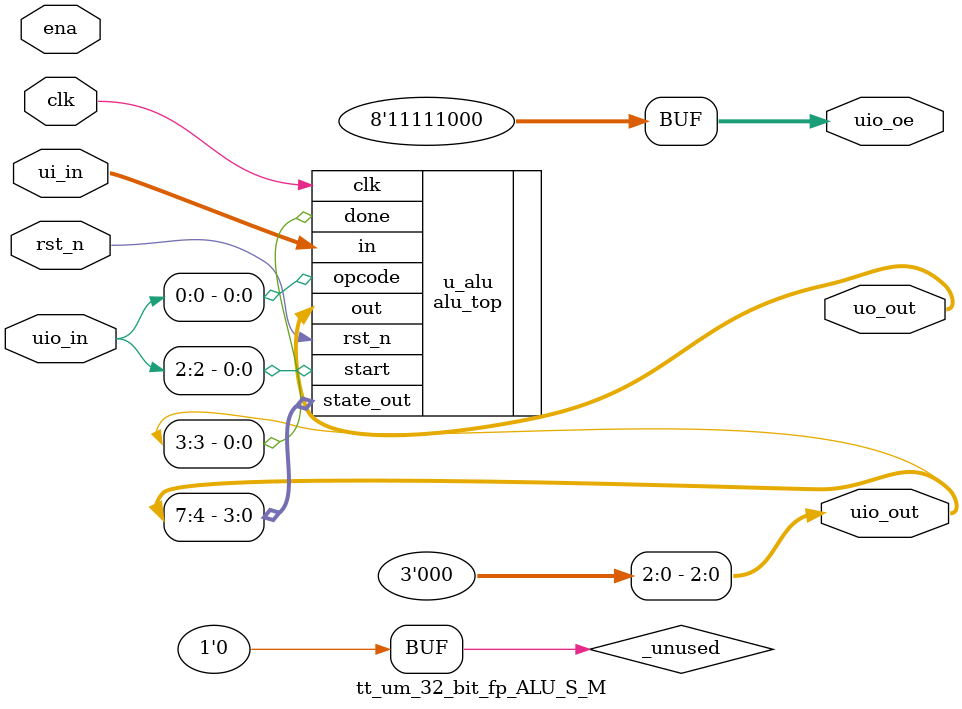
<source format=v>
/*
 * Copyright (c) 2024 Your Name
 * SPDX-License-Identifier: Apache-2.0
 */

`default_nettype none

// Top-level module for the ALU project, must match the name in info.yaml
module tt_um_32_bit_fp_ALU_S_M (
    input  wire [7:0] ui_in,    // 8-bit dedicated input bus (operand input)
    output wire [7:0] uo_out,   // 8-bit dedicated output bus (result output)
    
    input  wire [7:0] uio_in,   // 8-bit bidirectional I/O input side (e.g., opcode, start)
    output wire [7:0] uio_out,  // 8-bit bidirectional I/O output side (e.g., done signal, debug)
    output wire [7:0] uio_oe,   // Output enable for each IO pin (1 = drive uio_out, 0 = tri-state)
    
    input  wire       ena,      // High when the project is enabled (can usually be ignored)
    input  wire       clk,      // System clock provided by Tiny Tapeout
    input  wire       rst_n     // Active-low reset signal
);
    // Set the direction for shared IO pins (it is static, direction never changes)
    assign uio_oe = 8'b1111_1000;   // io[7:4] outputs state, io[3] is the 'done' signal.

    // Instantiate the ALU top module with standard interface
    alu_top u_alu (
        .clk       (clk),           // Connect clock
        .rst_n     (rst_n),         // Connect active-low reset
        .in        (ui_in),         // Operand input byte from input pins
        .out       (uo_out),        // Result output byte to output pins
        .opcode    (uio_in[0]),     // Opcode: choose which operation for ALU to do
        .start     (uio_in[2]),     // 'Start' signal: request ALU to do an operation
        .done      (uio_out[3]),    // 'Done' signal: ready for outputting
        .state_out (uio_out[7:4])   // Current state of ALU
    );

    assign uio_out[2:0] = 3'b000;  // Avoid "undriven" warning

    // List all unused inputs to prevent warnings
    wire _unused = &{ena, uio_in[7:3], uio_in[1], 1'b0};

endmodule

</source>
